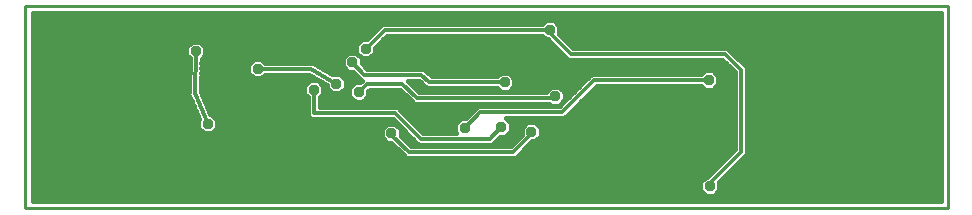
<source format=gbl>
G75*
G70*
%OFA0B0*%
%FSLAX24Y24*%
%IPPOS*%
%LPD*%
%AMOC8*
5,1,8,0,0,1.08239X$1,22.5*
%
%ADD10C,0.0100*%
%ADD11C,0.0160*%
%ADD12OC8,0.0356*%
%ADD13C,0.0120*%
D10*
X000150Y000336D02*
X000150Y007056D01*
X000150Y007076D02*
X030913Y007076D01*
X030913Y000336D01*
X000150Y000336D01*
D11*
X000413Y000576D02*
X030683Y000576D01*
X000413Y000576D01*
X000413Y006846D01*
X030683Y006846D01*
X030683Y000576D01*
X030683Y000735D02*
X000413Y000735D01*
X000413Y000893D02*
X022726Y000893D01*
X022674Y000944D02*
X022861Y000758D01*
X023124Y000758D01*
X023311Y000944D01*
X023311Y001208D01*
X023299Y001220D01*
X024095Y002016D01*
X024213Y002133D01*
X024213Y005039D01*
X023693Y005559D01*
X023575Y005676D01*
X018435Y005676D01*
X017959Y006153D01*
X017971Y006164D01*
X017971Y006428D01*
X017784Y006614D01*
X017521Y006614D01*
X017403Y006496D01*
X012070Y006496D01*
X011953Y006379D01*
X011548Y005974D01*
X011381Y005974D01*
X011194Y005788D01*
X011194Y005524D01*
X011381Y005338D01*
X011644Y005338D01*
X011831Y005524D01*
X011831Y005691D01*
X012235Y006096D01*
X017403Y006096D01*
X017521Y005978D01*
X017568Y005978D01*
X017570Y005976D01*
X018270Y005276D01*
X023410Y005276D01*
X023813Y004873D01*
X023813Y002299D01*
X022908Y001394D01*
X022861Y001394D01*
X022674Y001208D01*
X022674Y000944D01*
X022674Y001052D02*
X000413Y001052D01*
X000413Y001210D02*
X022677Y001210D01*
X022835Y001369D02*
X000413Y001369D01*
X000413Y001527D02*
X023041Y001527D01*
X023606Y001527D02*
X030683Y001527D01*
X030683Y001369D02*
X023448Y001369D01*
X023308Y001210D02*
X030683Y001210D01*
X030683Y001052D02*
X023311Y001052D01*
X023259Y000893D02*
X030683Y000893D01*
X030683Y001686D02*
X023765Y001686D01*
X023923Y001844D02*
X030683Y001844D01*
X030683Y002003D02*
X024082Y002003D01*
X024213Y002161D02*
X030683Y002161D01*
X030683Y002320D02*
X024213Y002320D01*
X023813Y002320D02*
X016819Y002320D01*
X016977Y002478D02*
X023813Y002478D01*
X024213Y002478D02*
X030683Y002478D01*
X030683Y002637D02*
X024213Y002637D01*
X023813Y002637D02*
X017223Y002637D01*
X017164Y002578D02*
X017077Y002578D01*
X016515Y002016D01*
X012870Y002016D01*
X012753Y002133D01*
X012368Y002518D01*
X012241Y002518D01*
X012054Y002704D01*
X012054Y002968D01*
X012241Y003154D01*
X012504Y003154D01*
X012691Y002968D01*
X012691Y002761D01*
X013035Y002416D01*
X016350Y002416D01*
X016714Y002781D01*
X016714Y003028D01*
X016901Y003214D01*
X017164Y003214D01*
X017351Y003028D01*
X017351Y002764D01*
X017164Y002578D01*
X016570Y002637D02*
X015916Y002637D01*
X015853Y002573D02*
X015997Y002718D01*
X016164Y002718D01*
X016351Y002904D01*
X016351Y003168D01*
X016182Y003336D01*
X018135Y003336D01*
X018253Y003453D01*
X019215Y004416D01*
X022703Y004416D01*
X022821Y004298D01*
X023084Y004298D01*
X023271Y004484D01*
X023271Y004748D01*
X023084Y004934D01*
X022821Y004934D01*
X022703Y004816D01*
X019235Y004816D01*
X019225Y004826D01*
X019060Y004826D01*
X018942Y004709D01*
X017970Y003736D01*
X015250Y003736D01*
X014848Y003334D01*
X014681Y003334D01*
X014494Y003148D01*
X014494Y002884D01*
X014523Y002856D01*
X013435Y002856D01*
X012701Y003591D01*
X012583Y003708D01*
X009984Y003708D01*
X009984Y004038D01*
X010103Y004156D01*
X010103Y004420D01*
X009916Y004606D01*
X009653Y004606D01*
X009466Y004420D01*
X009466Y004156D01*
X009584Y004038D01*
X009584Y003427D01*
X009702Y003309D01*
X009703Y003308D01*
X012418Y003308D01*
X013270Y002456D01*
X015735Y002456D01*
X015853Y002573D01*
X015757Y002478D02*
X016412Y002478D01*
X016241Y002795D02*
X016714Y002795D01*
X016714Y002954D02*
X016351Y002954D01*
X016351Y003112D02*
X016799Y003112D01*
X017266Y003112D02*
X023813Y003112D01*
X024213Y003112D02*
X030683Y003112D01*
X030683Y002954D02*
X024213Y002954D01*
X023813Y002954D02*
X017351Y002954D01*
X017351Y002795D02*
X023813Y002795D01*
X024213Y002795D02*
X030683Y002795D01*
X030683Y003271D02*
X024213Y003271D01*
X023813Y003271D02*
X016248Y003271D01*
X015101Y003588D02*
X012704Y003588D01*
X012862Y003429D02*
X014943Y003429D01*
X014617Y003271D02*
X013021Y003271D01*
X012455Y003271D02*
X006571Y003271D01*
X006571Y003288D02*
X006384Y003474D01*
X006333Y003474D01*
X006014Y004215D01*
X006045Y005319D01*
X006171Y005444D01*
X006171Y005708D01*
X005984Y005894D01*
X005721Y005894D01*
X005534Y005708D01*
X005534Y005444D01*
X005645Y005333D01*
X005614Y004217D01*
X005596Y004173D01*
X005611Y004138D01*
X005610Y004099D01*
X005643Y004065D01*
X005965Y003318D01*
X005934Y003288D01*
X005934Y003024D01*
X006121Y002838D01*
X006384Y002838D01*
X006571Y003024D01*
X006571Y003288D01*
X006571Y003112D02*
X012199Y003112D01*
X012546Y003112D02*
X012614Y003112D01*
X012691Y002954D02*
X012772Y002954D01*
X013338Y002954D02*
X014494Y002954D01*
X014494Y003112D02*
X013179Y003112D01*
X012931Y002795D02*
X012691Y002795D01*
X012815Y002637D02*
X013089Y002637D01*
X012973Y002478D02*
X013248Y002478D01*
X012566Y002320D02*
X000413Y002320D01*
X000413Y002478D02*
X012408Y002478D01*
X012122Y002637D02*
X000413Y002637D01*
X000413Y002795D02*
X012054Y002795D01*
X012054Y002954D02*
X006500Y002954D01*
X006005Y002954D02*
X000413Y002954D01*
X000413Y003112D02*
X005934Y003112D01*
X005934Y003271D02*
X000413Y003271D01*
X000413Y003429D02*
X005917Y003429D01*
X006429Y003429D02*
X009584Y003429D01*
X009584Y003588D02*
X006284Y003588D01*
X006216Y003746D02*
X009584Y003746D01*
X009584Y003905D02*
X006147Y003905D01*
X005712Y003905D02*
X000413Y003905D01*
X000413Y003746D02*
X005780Y003746D01*
X005849Y003588D02*
X000413Y003588D01*
X000413Y004063D02*
X005643Y004063D01*
X006079Y004063D02*
X009560Y004063D01*
X009466Y004222D02*
X006014Y004222D01*
X005614Y004222D02*
X000413Y004222D01*
X000413Y004380D02*
X005618Y004380D01*
X006018Y004380D02*
X009466Y004380D01*
X009585Y004539D02*
X006023Y004539D01*
X005623Y004539D02*
X000413Y004539D01*
X000413Y004697D02*
X005627Y004697D01*
X006027Y004697D02*
X007762Y004697D01*
X007781Y004678D02*
X008044Y004678D01*
X008162Y004796D01*
X009637Y004796D01*
X010218Y004450D01*
X010218Y004361D01*
X010404Y004175D01*
X010668Y004175D01*
X010854Y004361D01*
X010854Y004625D01*
X010668Y004811D01*
X010404Y004811D01*
X010400Y004807D01*
X009816Y005155D01*
X009775Y005196D01*
X009748Y005196D01*
X009724Y005210D01*
X009668Y005196D01*
X008162Y005196D01*
X008044Y005314D01*
X007781Y005314D01*
X007594Y005128D01*
X007594Y004864D01*
X007781Y004678D01*
X008063Y004697D02*
X009803Y004697D01*
X009984Y004539D02*
X010069Y004539D01*
X010103Y004380D02*
X010218Y004380D01*
X010103Y004222D02*
X010357Y004222D01*
X010714Y004222D02*
X010974Y004222D01*
X010974Y004348D02*
X010974Y004084D01*
X011161Y003898D01*
X011424Y003898D01*
X011611Y004084D01*
X011611Y004251D01*
X011655Y004296D01*
X012650Y004296D01*
X013013Y003933D01*
X013130Y003816D01*
X017643Y003816D01*
X017701Y003758D01*
X017964Y003758D01*
X018151Y003944D01*
X018151Y004208D01*
X017964Y004394D01*
X017701Y004394D01*
X017523Y004216D01*
X013295Y004216D01*
X012915Y004596D01*
X013290Y004596D01*
X013433Y004453D01*
X013550Y004336D01*
X015903Y004336D01*
X016021Y004218D01*
X016284Y004218D01*
X016471Y004404D01*
X016471Y004668D01*
X016284Y004854D01*
X016021Y004854D01*
X015903Y004736D01*
X013715Y004736D01*
X013455Y004996D01*
X011555Y004996D01*
X011384Y005168D01*
X011384Y005335D01*
X011198Y005521D01*
X010934Y005521D01*
X010748Y005335D01*
X010748Y005071D01*
X010934Y004885D01*
X011101Y004885D01*
X011273Y004713D01*
X011390Y004596D01*
X011373Y004579D01*
X011328Y004534D01*
X011161Y004534D01*
X010974Y004348D01*
X011007Y004380D02*
X010854Y004380D01*
X010854Y004539D02*
X011332Y004539D01*
X011373Y004579D02*
X011373Y004579D01*
X011390Y004596D02*
X011390Y004596D01*
X011289Y004697D02*
X010781Y004697D01*
X011130Y004856D02*
X010318Y004856D01*
X010053Y005014D02*
X010805Y005014D01*
X010748Y005173D02*
X009799Y005173D01*
X010748Y005331D02*
X006057Y005331D01*
X005645Y005331D02*
X000413Y005331D01*
X000413Y005173D02*
X005641Y005173D01*
X006041Y005173D02*
X007639Y005173D01*
X007594Y005014D02*
X006037Y005014D01*
X005636Y005014D02*
X000413Y005014D01*
X000413Y004856D02*
X005632Y004856D01*
X006032Y004856D02*
X007603Y004856D01*
X006171Y005490D02*
X010903Y005490D01*
X011229Y005490D02*
X011229Y005490D01*
X011796Y005490D02*
X018056Y005490D01*
X017898Y005648D02*
X011831Y005648D01*
X011946Y005807D02*
X017739Y005807D01*
X018305Y005807D02*
X030683Y005807D01*
X030683Y005965D02*
X018146Y005965D01*
X017988Y006124D02*
X030683Y006124D01*
X030683Y006282D02*
X017971Y006282D01*
X017958Y006441D02*
X030683Y006441D01*
X030683Y006599D02*
X017799Y006599D01*
X017506Y006599D02*
X000413Y006599D01*
X000413Y006441D02*
X012014Y006441D01*
X011856Y006282D02*
X000413Y006282D01*
X000413Y006124D02*
X011697Y006124D01*
X011372Y005965D02*
X000413Y005965D01*
X000413Y005807D02*
X005633Y005807D01*
X006072Y005807D02*
X011213Y005807D01*
X011194Y005648D02*
X006171Y005648D01*
X005534Y005648D02*
X000413Y005648D01*
X000413Y005490D02*
X005534Y005490D01*
X000413Y006758D02*
X030683Y006758D01*
X030683Y005648D02*
X023603Y005648D01*
X023762Y005490D02*
X030683Y005490D01*
X030683Y005331D02*
X023920Y005331D01*
X024079Y005173D02*
X030683Y005173D01*
X030683Y005014D02*
X024213Y005014D01*
X023672Y005014D02*
X011537Y005014D01*
X011384Y005173D02*
X023513Y005173D01*
X023813Y004856D02*
X023163Y004856D01*
X022742Y004856D02*
X013596Y004856D01*
X013347Y004539D02*
X012973Y004539D01*
X013131Y004380D02*
X013506Y004380D01*
X013290Y004222D02*
X016017Y004222D01*
X016288Y004222D02*
X017528Y004222D01*
X017687Y004380D02*
X016446Y004380D01*
X016471Y004539D02*
X018772Y004539D01*
X018931Y004697D02*
X016441Y004697D01*
X017978Y004380D02*
X018614Y004380D01*
X018455Y004222D02*
X018137Y004222D01*
X018151Y004063D02*
X018297Y004063D01*
X018862Y004063D02*
X023813Y004063D01*
X024213Y004063D02*
X030683Y004063D01*
X030683Y004222D02*
X024213Y004222D01*
X023813Y004222D02*
X019021Y004222D01*
X019179Y004380D02*
X022739Y004380D01*
X023166Y004380D02*
X023813Y004380D01*
X024213Y004380D02*
X030683Y004380D01*
X030683Y004539D02*
X024213Y004539D01*
X023813Y004539D02*
X023271Y004539D01*
X023271Y004697D02*
X023813Y004697D01*
X024213Y004697D02*
X030683Y004697D01*
X030683Y004856D02*
X024213Y004856D01*
X024213Y003905D02*
X030683Y003905D01*
X030683Y003746D02*
X024213Y003746D01*
X023813Y003746D02*
X018545Y003746D01*
X018387Y003588D02*
X023813Y003588D01*
X024213Y003588D02*
X030683Y003588D01*
X030683Y003429D02*
X024213Y003429D01*
X023813Y003429D02*
X018228Y003429D01*
X017980Y003746D02*
X009984Y003746D01*
X009984Y003905D02*
X011154Y003905D01*
X011431Y003905D02*
X013041Y003905D01*
X012883Y004063D02*
X011589Y004063D01*
X011611Y004222D02*
X012724Y004222D01*
X010996Y004063D02*
X010009Y004063D01*
X011384Y005331D02*
X018215Y005331D01*
X017581Y005965D02*
X012104Y005965D01*
X018942Y004709D02*
X018942Y004709D01*
X018704Y003905D02*
X023813Y003905D01*
X018138Y003905D02*
X018111Y003905D01*
X016660Y002161D02*
X023675Y002161D01*
X023516Y002003D02*
X000413Y002003D01*
X000413Y002161D02*
X012725Y002161D01*
X023199Y001686D02*
X000413Y001686D01*
X000413Y001844D02*
X023358Y001844D01*
D12*
X023013Y002256D03*
X022993Y001076D03*
X021033Y001076D03*
X017033Y002896D03*
X016513Y002936D03*
X016033Y003036D03*
X014813Y003016D03*
X014733Y003616D03*
X012073Y004116D03*
X011293Y004216D03*
X010536Y004493D03*
X009784Y004288D03*
X007913Y004996D03*
X006533Y005036D03*
X005853Y005576D03*
X011066Y005203D03*
X011513Y005656D03*
X014273Y004936D03*
X016153Y004536D03*
X016713Y004576D03*
X017833Y004076D03*
X022953Y004616D03*
X017653Y006296D03*
X006253Y003156D03*
X008533Y002576D03*
X006873Y001796D03*
X011233Y001496D03*
X013473Y001016D03*
X012373Y002836D03*
D13*
X012373Y002796D01*
X012953Y002216D01*
X016433Y002216D01*
X017033Y002816D01*
X017033Y002896D01*
X016033Y003036D02*
X015653Y002656D01*
X013353Y002656D01*
X012501Y003508D01*
X009786Y003508D01*
X009784Y003509D01*
X009784Y004288D01*
X009693Y004996D02*
X010536Y004493D01*
X011293Y004216D02*
X011573Y004496D01*
X012733Y004496D01*
X013213Y004016D01*
X017833Y004016D01*
X017833Y004076D01*
X016153Y004536D02*
X013633Y004536D01*
X013373Y004796D01*
X011473Y004796D01*
X011066Y005203D01*
X009693Y004996D02*
X007913Y004996D01*
X005853Y005576D02*
X005813Y004176D01*
X006253Y003156D01*
X014813Y003016D02*
X015333Y003536D01*
X018053Y003536D01*
X019142Y004626D01*
X019152Y004616D01*
X022953Y004616D01*
X023493Y005476D02*
X024013Y004956D01*
X024013Y002216D01*
X022993Y001196D01*
X022993Y001076D01*
X023493Y005476D02*
X018353Y005476D01*
X017653Y006176D01*
X017653Y006296D01*
X012153Y006296D01*
X011513Y005656D01*
M02*

</source>
